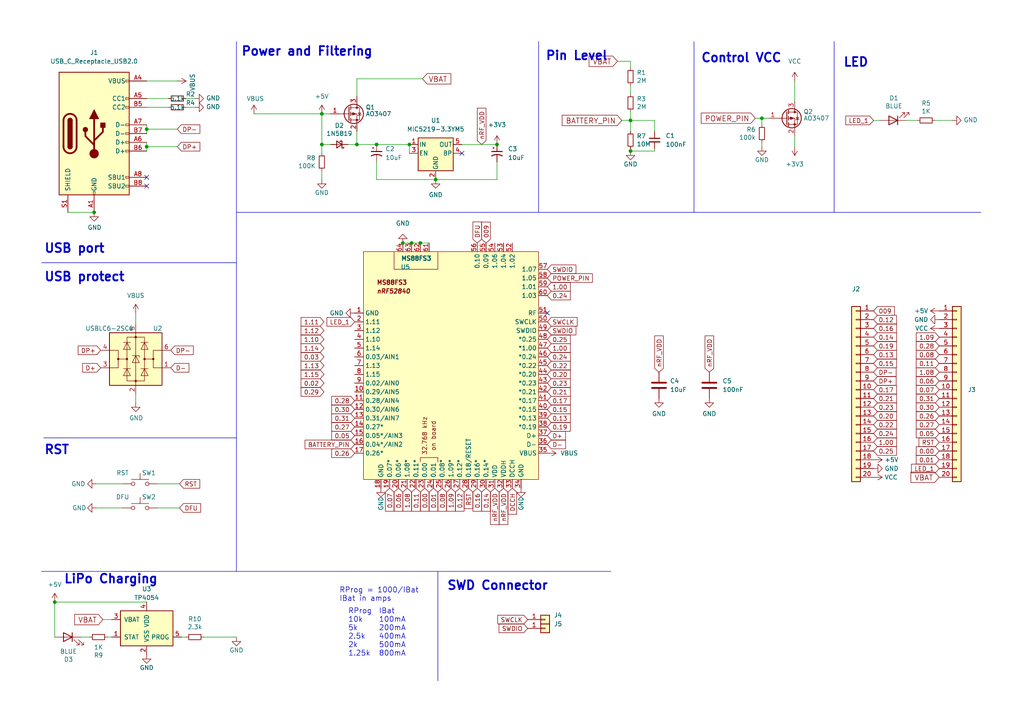
<source format=kicad_sch>
(kicad_sch (version 20220622) (generator eeschema)
  (paper "A4")
  (lib_symbols
    (symbol "Battery_Management:MCP73831-3-OT" (pin_names (offset 1.016))
      (property "Reference" "U" (at -7.62 6.35 0))
      (property "Value" "MCP73831-3-OT" (at 1.27 6.35 0))
      (symbol "MCP73831-3-OT_1_1"
        (pin output line (at 10.16 -2.54 180) (length 2.54) (name "STAT") (number "1"))
        (pin power_in line (at 0 -7.62 90) (length 2.54) (name "VSS") (number "2"))
        (pin power_out line (at 10.16 2.54 180) (length 2.54) (name "VBAT") (number "3"))
        (pin power_in line (at 0 7.62 270) (length 2.54) (name "VDD") (number "4"))
        (pin input line (at -10.16 -2.54 0) (length 2.54) (name "PROG") (number "5"))
      )
    )
    (symbol "Connector:USB_C_Receptacle_USB2.0" (pin_names (offset 1.016))
      (property "Reference" "J" (at -10.16 19.05 0))
      (property "Value" "USB_C_Receptacle_USB2.0" (at 19.05 19.05 0))
      (symbol "USB_C_Receptacle_USB2.0_1_1"
        (pin passive line (at 0 -22.86 90) (length 5.08) (name "GND") (number "A1"))
        (pin passive line (at 0 -22.86 90) (length 5.08) hide (name "GND") (number "A12"))
        (pin passive line (at 15.24 15.24 180) (length 5.08) (name "VBUS") (number "A4"))
        (pin bidirectional line (at 15.24 10.16 180) (length 5.08) (name "CC1") (number "A5"))
        (pin bidirectional line (at 15.24 -2.54 180) (length 5.08) (name "D+") (number "A6"))
        (pin bidirectional line (at 15.24 2.54 180) (length 5.08) (name "D-") (number "A7"))
        (pin bidirectional line (at 15.24 -12.7 180) (length 5.08) (name "SBU1") (number "A8"))
        (pin passive line (at 15.24 15.24 180) (length 5.08) hide (name "VBUS") (number "A9"))
        (pin passive line (at 0 -22.86 90) (length 5.08) hide (name "GND") (number "B1"))
        (pin passive line (at 0 -22.86 90) (length 5.08) hide (name "GND") (number "B12"))
        (pin passive line (at 15.24 15.24 180) (length 5.08) hide (name "VBUS") (number "B4"))
        (pin bidirectional line (at 15.24 7.62 180) (length 5.08) (name "CC2") (number "B5"))
        (pin bidirectional line (at 15.24 -5.08 180) (length 5.08) (name "D+") (number "B6"))
        (pin bidirectional line (at 15.24 0 180) (length 5.08) (name "D-") (number "B7"))
        (pin bidirectional line (at 15.24 -15.24 180) (length 5.08) (name "SBU2") (number "B8"))
        (pin passive line (at 15.24 15.24 180) (length 5.08) hide (name "VBUS") (number "B9"))
        (pin passive line (at -7.62 -22.86 90) (length 5.08) (name "SHIELD") (number "S1"))
      )
    )
    (symbol "Connector_Generic:Conn_01x01" (pin_names (offset 1.016) hide)
      (property "Reference" "J" (at 0 2.54 0))
      (property "Value" "Conn_01x01" (at 0 -2.54 0))
      (symbol "Conn_01x01_1_1"
        (pin passive line (at -5.08 0 0) (length 3.81) (name "Pin_1") (number "1"))
      )
    )
    (symbol "Connector_Generic:Conn_01x20" (pin_names (offset 1.016) hide)
      (property "Reference" "J" (at 0 25.4 0))
      (property "Value" "Conn_01x20" (at 0 -27.94 0))
      (symbol "Conn_01x20_1_1"
        (pin passive line (at -5.08 22.86 0) (length 3.81) (name "Pin_1") (number "1"))
        (pin passive line (at -5.08 0 0) (length 3.81) (name "Pin_10") (number "10"))
        (pin passive line (at -5.08 -2.54 0) (length 3.81) (name "Pin_11") (number "11"))
        (pin passive line (at -5.08 -5.08 0) (length 3.81) (name "Pin_12") (number "12"))
        (pin passive line (at -5.08 -7.62 0) (length 3.81) (name "Pin_13") (number "13"))
        (pin passive line (at -5.08 -10.16 0) (length 3.81) (name "Pin_14") (number "14"))
        (pin passive line (at -5.08 -12.7 0) (length 3.81) (name "Pin_15") (number "15"))
        (pin passive line (at -5.08 -15.24 0) (length 3.81) (name "Pin_16") (number "16"))
        (pin passive line (at -5.08 -17.78 0) (length 3.81) (name "Pin_17") (number "17"))
        (pin passive line (at -5.08 -20.32 0) (length 3.81) (name "Pin_18") (number "18"))
        (pin passive line (at -5.08 -22.86 0) (length 3.81) (name "Pin_19") (number "19"))
        (pin passive line (at -5.08 20.32 0) (length 3.81) (name "Pin_2") (number "2"))
        (pin passive line (at -5.08 -25.4 0) (length 3.81) (name "Pin_20") (number "20"))
        (pin passive line (at -5.08 17.78 0) (length 3.81) (name "Pin_3") (number "3"))
        (pin passive line (at -5.08 15.24 0) (length 3.81) (name "Pin_4") (number "4"))
        (pin passive line (at -5.08 12.7 0) (length 3.81) (name "Pin_5") (number "5"))
        (pin passive line (at -5.08 10.16 0) (length 3.81) (name "Pin_6") (number "6"))
        (pin passive line (at -5.08 7.62 0) (length 3.81) (name "Pin_7") (number "7"))
        (pin passive line (at -5.08 5.08 0) (length 3.81) (name "Pin_8") (number "8"))
        (pin passive line (at -5.08 2.54 0) (length 3.81) (name "Pin_9") (number "9"))
      )
    )
    (symbol "Device:C" (pin_numbers hide) (pin_names (offset 0.254))
      (property "Reference" "C" (at 0.635 2.54 0))
      (property "Value" "C" (at 0.635 -2.54 0))
      (symbol "C_1_1"
        (pin passive line (at 0 3.81 270) (length 2.794) (name "~") (number "1"))
        (pin passive line (at 0 -3.81 90) (length 2.794) (name "~") (number "2"))
      )
    )
    (symbol "Device:C_Polarized_Small_US" (pin_numbers hide) (pin_names (offset 0.254) hide)
      (property "Reference" "C" (at 0.254 1.778 0))
      (property "Value" "C_Polarized_Small_US" (at 0.254 -2.032 0))
      (symbol "C_Polarized_Small_US_1_1"
        (pin passive line (at 0 2.54 270) (length 2.032) (name "~") (number "1"))
        (pin passive line (at 0 -2.54 90) (length 2.032) (name "~") (number "2"))
      )
    )
    (symbol "Device:C_Small" (pin_numbers hide) (pin_names (offset 0.254) hide)
      (property "Reference" "C" (at 0.254 1.778 0))
      (property "Value" "C_Small" (at 0.254 -2.032 0))
      (symbol "C_Small_1_1"
        (pin passive line (at 0 2.54 270) (length 2.032) (name "~") (number "1"))
        (pin passive line (at 0 -2.54 90) (length 2.032) (name "~") (number "2"))
      )
    )
    (symbol "Device:D_Schottky_Small" (pin_numbers hide) (pin_names (offset 0.254) hide)
      (property "Reference" "D" (at -1.27 2.032 0))
      (property "Value" "D_Schottky_Small" (at -7.112 -2.032 0))
      (symbol "D_Schottky_Small_1_1"
        (pin passive line (at -2.54 0 0) (length 1.778) (name "K") (number "1"))
        (pin passive line (at 2.54 0 180) (length 1.778) (name "A") (number "2"))
      )
    )
    (symbol "Device:LED" (pin_numbers hide) (pin_names (offset 1.016) hide)
      (property "Reference" "D" (at 0 2.54 0))
      (property "Value" "LED" (at 0 -2.54 0))
      (symbol "LED_1_1"
        (pin passive line (at -3.81 0 0) (length 2.54) (name "K") (number "1"))
        (pin passive line (at 3.81 0 180) (length 2.54) (name "A") (number "2"))
      )
    )
    (symbol "Device:Q_PMOS_GSD" (pin_names (offset 0) hide)
      (property "Reference" "Q" (at 5.08 1.27 0))
      (property "Value" "Q_PMOS_GSD" (at 5.08 -1.27 0))
      (symbol "Q_PMOS_GSD_1_1"
        (pin input line (at -5.08 0 0) (length 2.54) (name "G") (number "1"))
        (pin passive line (at 2.54 -5.08 90) (length 2.54) (name "S") (number "2"))
        (pin passive line (at 2.54 5.08 270) (length 2.54) (name "D") (number "3"))
      )
    )
    (symbol "Device:R_Small" (pin_numbers hide) (pin_names (offset 0.254) hide)
      (property "Reference" "R" (at 0.762 0.508 0))
      (property "Value" "R_Small" (at 0.762 -1.016 0))
      (symbol "R_Small_1_1"
        (pin passive line (at 0 2.54 270) (length 0.762) (name "~") (number "1"))
        (pin passive line (at 0 -2.54 90) (length 0.762) (name "~") (number "2"))
      )
    )
    (symbol "Power_Protection:USBLC6-2SC6" (pin_names hide)
      (property "Reference" "U" (at 2.54 8.89 0))
      (property "Value" "USBLC6-2SC6" (at 2.54 -8.89 0))
      (symbol "USBLC6-2SC6_1_1"
        (pin passive line (at -10.16 -2.54 0) (length 2.54) (name "I/O1") (number "1"))
        (pin passive line (at 0 -10.16 90) (length 2.54) (name "GND") (number "2"))
        (pin passive line (at 10.16 -2.54 180) (length 2.54) (name "I/O2") (number "3"))
        (pin passive line (at 10.16 2.54 180) (length 2.54) (name "I/O2") (number "4"))
        (pin passive line (at 0 10.16 270) (length 2.54) (name "VBUS") (number "5"))
        (pin passive line (at -10.16 2.54 0) (length 2.54) (name "I/O1") (number "6"))
      )
    )
    (symbol "Regulator_Linear:MIC5219-3.3YM5" (pin_names (offset 0.254))
      (property "Reference" "U" (at -3.81 5.715 0))
      (property "Value" "MIC5219-3.3YM5" (at 0 5.715 0))
      (symbol "MIC5219-3.3YM5_1_1"
        (pin power_in line (at -7.62 2.54 0) (length 2.54) (name "IN") (number "1"))
        (pin power_in line (at 0 -7.62 90) (length 2.54) (name "GND") (number "2"))
        (pin input line (at -7.62 0 0) (length 2.54) (name "EN") (number "3"))
        (pin input line (at 7.62 0 180) (length 2.54) (name "BP") (number "4"))
        (pin power_out line (at 7.62 2.54 180) (length 2.54) (name "OUT") (number "5"))
      )
    )
    (symbol "Switch:SW_Push" (pin_numbers hide) (pin_names (offset 1.016) hide)
      (property "Reference" "SW" (at 1.27 2.54 0))
      (property "Value" "SW_Push" (at 0 -1.524 0))
      (symbol "SW_Push_0_1"
        (pin passive line (at -5.08 0 0) (length 2.54) (name "1") (number "1"))
        (pin passive line (at 5.08 0 180) (length 2.54) (name "2") (number "2"))
      )
    )
    (symbol "keeb_parts:R_Small" (pin_numbers hide) (pin_names (offset 0.254) hide)
      (property "Reference" "R" (at 0.762 0.508 0))
      (property "Value" "keeb_parts_R_Small" (at 0.762 -1.016 0))
      (symbol "R_Small_1_1"
        (pin passive line (at 0 2.54 270) (length 0.762) (name "~") (number "1"))
        (pin passive line (at 0 -2.54 90) (length 0.762) (name "~") (number "2"))
      )
    )
    (symbol "keeb_power:GND" (power) (pin_names (offset 0))
      (property "Value" "keeb_power_GND" (at 0 -3.81 0))
      (symbol "GND_1_1"
        (pin power_in line (at 0 0 270) (length 0) hide (name "GND") (number "1"))
      )
    )
    (symbol "keeb_power:VBUS" (power) (pin_names (offset 0))
      (property "Value" "keeb_power_VBUS" (at 0 3.81 0))
      (symbol "VBUS_1_1"
        (pin power_in line (at 0 0 90) (length 0) hide (name "VBUS") (number "1"))
      )
    )
    (symbol "kien242:MS88FS3"
      (property "Reference" "U" (at 0 0 0))
      (property "Value" "MS88FS3" (at 0 2.54 0))
      (symbol "MS88FS3_0_0"
        (text "32.768 kHz" (at -7.62 -20.32 900) (effects (font (size 1.27 1.27))))
        (text "MS88FS3" (at -21.59 24.13 0) (effects (font (size 1.27 1.27) bold) (justify left)))
        (text "nRF52840" (at -21.59 21.59 0) (effects (font (size 1.27 1.27) bold italic) (justify left)))
        (text "on board" (at -5.08 -20.32 900) (effects (font (size 1.27 1.27))))
      )
      (symbol "MS88FS3_1_1"
        (pin input line (at -27.94 15.24 0) (length 2.54) (name "GND") (number "1"))
        (pin input line (at -27.94 -7.62 0) (length 2.54) (name "0.29/AIN5") (number "10"))
        (pin input line (at -27.94 -10.16 0) (length 2.54) (name "0.28/AIN4") (number "11"))
        (pin input line (at -27.94 -12.7 0) (length 2.54) (name "0.30/AIN6") (number "12"))
        (pin input line (at -27.94 -15.24 0) (length 2.54) (name "0.31/AIN7") (number "13"))
        (pin input line (at -27.94 -17.78 0) (length 2.54) (name "0.27*") (number "14"))
        (pin input line (at -27.94 -20.32 0) (length 2.54) (name "0.05*/AIN3") (number "15"))
        (pin input line (at -27.94 -22.86 0) (length 2.54) (name "0.04*/AIN2") (number "16"))
        (pin input line (at -27.94 -25.4 0) (length 2.54) (name "0.26*") (number "17"))
        (pin input line (at -20.32 -35.56 90) (length 2.54) (name "GND") (number "18"))
        (pin input line (at -17.78 -35.56 90) (length 2.54) (name "0.07*") (number "19"))
        (pin input line (at -27.94 12.7 0) (length 2.54) (name "1.11") (number "2"))
        (pin input line (at -15.24 -35.56 90) (length 2.54) (name "0.06*") (number "20"))
        (pin input line (at -12.7 -35.56 90) (length 2.54) (name "1.08*") (number "21"))
        (pin input line (at -10.16 -35.56 90) (length 2.54) (name "0.11*") (number "22"))
        (pin input line (at -7.62 -35.56 90) (length 2.54) (name "0.00") (number "23"))
        (pin input line (at -5.08 -35.56 90) (length 2.54) (name "0.01") (number "24"))
        (pin input line (at -2.54 -35.56 90) (length 2.54) (name "0.08*") (number "25"))
        (pin input line (at 0 -35.56 90) (length 2.54) (name "1.09*") (number "26"))
        (pin input line (at 2.54 -35.56 90) (length 2.54) (name "0.12*") (number "27"))
        (pin input line (at 5.08 -35.56 90) (length 2.54) (name "0.18/RESET") (number "28"))
        (pin input line (at 7.62 -35.56 90) (length 2.54) (name "0.16*") (number "29"))
        (pin input line (at -27.94 10.16 0) (length 2.54) (name "1.12") (number "3"))
        (pin input line (at 10.16 -35.56 90) (length 2.54) (name "0.14*") (number "30"))
        (pin input line (at 12.7 -35.56 90) (length 2.54) (name "VDD") (number "31"))
        (pin input line (at 15.24 -35.56 90) (length 2.54) (name "VDDH") (number "32"))
        (pin input line (at 17.78 -35.56 90) (length 2.54) (name "DCCH") (number "33"))
        (pin input line (at 20.32 -35.56 90) (length 2.54) (name "GND") (number "34"))
        (pin input line (at 27.94 -25.4 180) (length 2.54) (name "VBUS") (number "35"))
        (pin input line (at 27.94 -22.86 180) (length 2.54) (name "D-") (number "36"))
        (pin input line (at 27.94 -20.32 180) (length 2.54) (name "D+") (number "37"))
        (pin input line (at 27.94 -17.78 180) (length 2.54) (name "*0.19") (number "38"))
        (pin input line (at 27.94 -15.24 180) (length 2.54) (name "*0.13") (number "39"))
        (pin input line (at -27.94 7.62 0) (length 2.54) (name "1.10") (number "4"))
        (pin input line (at 27.94 -12.7 180) (length 2.54) (name "*0.15") (number "40"))
        (pin input line (at 27.94 -10.16 180) (length 2.54) (name "*0.17") (number "41"))
        (pin input line (at 27.94 -7.62 180) (length 2.54) (name "*0.21") (number "42"))
        (pin input line (at 27.94 -5.08 180) (length 2.54) (name "*0.23") (number "43"))
        (pin input line (at 27.94 -2.54 180) (length 2.54) (name "*0.20") (number "44"))
        (pin input line (at 27.94 0 180) (length 2.54) (name "*0.22") (number "45"))
        (pin input line (at 27.94 2.54 180) (length 2.54) (name "*0.24") (number "46"))
        (pin input line (at 27.94 5.08 180) (length 2.54) (name "*1.00") (number "47"))
        (pin input line (at 27.94 7.62 180) (length 2.54) (name "*0.25") (number "48"))
        (pin input line (at 27.94 10.16 180) (length 2.54) (name "SWDIO") (number "49"))
        (pin input line (at -27.94 5.08 0) (length 2.54) (name "1.14") (number "5"))
        (pin input line (at 27.94 12.7 180) (length 2.54) (name "SWCLK") (number "50"))
        (pin input line (at 27.94 15.24 180) (length 2.54) (name "RF") (number "51"))
        (pin input line (at 17.78 35.56 270) (length 2.54) (name "1.02") (number "52"))
        (pin input line (at 15.24 35.56 270) (length 2.54) (name "1.04") (number "53"))
        (pin input line (at 12.7 35.56 270) (length 2.54) (name "1.06") (number "54"))
        (pin input line (at 10.16 35.56 270) (length 2.54) (name "0.09") (number "55"))
        (pin input line (at 7.62 35.56 270) (length 2.54) (name "0.10") (number "56"))
        (pin input line (at 27.94 27.94 180) (length 2.54) (name "1.07") (number "57"))
        (pin input line (at 27.94 25.4 180) (length 2.54) (name "1.05") (number "58"))
        (pin input line (at 27.94 22.86 180) (length 2.54) (name "1.01") (number "59"))
        (pin input line (at -27.94 2.54 0) (length 2.54) (name "0.03/AIN1") (number "6"))
        (pin input line (at 27.94 20.32 180) (length 2.54) (name "1.03") (number "60"))
        (pin input line (at -6.35 35.56 270) (length 2.54) (name "") (number "61"))
        (pin input line (at -8.89 35.56 270) (length 2.54) (name "") (number "62"))
        (pin input line (at -11.43 35.56 270) (length 2.54) (name "") (number "63"))
        (pin input line (at -13.97 35.56 270) (length 2.54) (name "") (number "64"))
        (pin input line (at -27.94 0 0) (length 2.54) (name "1.13") (number "7"))
        (pin input line (at -27.94 -2.54 0) (length 2.54) (name "1.15") (number "8"))
        (pin input line (at -27.94 -5.08 0) (length 2.54) (name "0.02/AIN0") (number "9"))
      )
    )
    (symbol "power:+3.3V" (power) (pin_names (offset 0))
      (property "Value" "+3.3V" (at 0 3.556 0))
      (symbol "+3.3V_1_1"
        (pin power_in line (at 0 0 90) (length 0) hide (name "+3V3") (number "1"))
      )
    )
    (symbol "power:+5V" (power) (pin_names (offset 0))
      (property "Value" "+5V" (at 0 3.556 0))
      (symbol "+5V_1_1"
        (pin power_in line (at 0 0 90) (length 0) hide (name "+5V") (number "1"))
      )
    )
    (symbol "power:GND" (power) (pin_names (offset 0))
      (property "Value" "GND" (at 0 -3.81 0))
      (symbol "GND_1_1"
        (pin power_in line (at 0 0 270) (length 0) hide (name "GND") (number "1"))
      )
    )
    (symbol "power:VBUS" (power) (pin_names (offset 0))
      (property "Value" "VBUS" (at 0 3.81 0))
      (symbol "VBUS_1_1"
        (pin power_in line (at 0 0 90) (length 0) hide (name "VBUS") (number "1"))
      )
    )
    (symbol "power:VCC" (power) (pin_names (offset 0))
      (property "Value" "VCC" (at 0 3.81 0))
      (symbol "VCC_1_1"
        (pin power_in line (at 0 0 90) (length 0) hide (name "VCC") (number "1"))
      )
    )
  )
  (junction (at 144.145 41.91))
  (junction (at 15.875 174.625) (diameter 0.9144))
  (junction (at 116.84 70.485))
  (junction (at 93.345 41.91) (diameter 0.9144))
  (junction (at 182.88 43.815))
  (junction (at 93.345 33.02) (diameter 0.9144))
  (junction (at 119.38 70.485))
  (junction (at 27.305 61.595))
  (junction (at 121.92 70.485))
  (junction (at 126.365 52.07))
  (junction (at 220.98 34.29) (diameter 0.9144))
  (junction (at 118.745 41.91))
  (junction (at 109.22 41.91))
  (junction (at 103.505 41.91) (diameter 0.9144))
  (junction (at 182.88 34.925) (diameter 0.9144))
  (junction (at 42.545 37.465))
  (junction (at 42.545 42.545))
  (no_connect (at 158.75 90.805))
  (no_connect (at 42.545 51.435))
  (no_connect (at 42.545 53.975))
  (no_connect (at 133.985 44.45))
  (wire (pts (xy 73.66 33.02) (xy 93.345 33.02)))
  (polyline (pts (xy 201.295 12.065) (xy 201.295 61.595)))
  (wire (pts (xy 118.745 41.91) (xy 118.745 44.45)))
  (wire (pts (xy 15.875 174.625) (xy 15.875 184.785)))
  (wire (pts (xy 182.88 43.815) (xy 182.88 43.18)))
  (wire (pts (xy 121.92 70.485) (xy 124.46 70.485)))
  (wire (pts (xy 93.345 41.91) (xy 95.885 41.91)))
  (wire (pts (xy 93.345 41.91) (xy 93.345 33.02)))
  (wire (pts (xy 56.515 31.115) (xy 53.975 31.115)))
  (wire (pts (xy 253.365 34.925) (xy 255.27 34.925)))
  (wire (pts (xy 39.37 116.84) (xy 39.37 114.3)))
  (wire (pts (xy 42.545 42.545) (xy 42.545 43.815)))
  (wire (pts (xy 27.94 140.335) (xy 35.56 140.335)))
  (wire (pts (xy 51.435 23.495) (xy 42.545 23.495)))
  (wire (pts (xy 109.22 52.07) (xy 126.365 52.07)))
  (wire (pts (xy 119.38 70.485) (xy 121.92 70.485)))
  (wire (pts (xy 189.865 43.815) (xy 189.865 43.18)))
  (wire (pts (xy 100.965 41.91) (xy 103.505 41.91)))
  (wire (pts (xy 42.545 37.465) (xy 42.545 38.735)))
  (wire (pts (xy 103.505 41.91) (xy 109.22 41.91)))
  (wire (pts (xy 52.07 140.335) (xy 45.72 140.335)))
  (wire (pts (xy 53.975 28.575) (xy 56.515 28.575)))
  (wire (pts (xy 182.88 43.815) (xy 189.865 43.815)))
  (wire (pts (xy 103.505 38.1) (xy 103.505 41.91)))
  (wire (pts (xy 52.07 147.32) (xy 45.72 147.32)))
  (wire (pts (xy 144.145 52.07) (xy 126.365 52.07)))
  (wire (pts (xy 93.345 33.02) (xy 95.885 33.02)))
  (wire (pts (xy 42.545 31.115) (xy 48.895 31.115)))
  (wire (pts (xy 220.98 34.29) (xy 222.885 34.29)))
  (wire (pts (xy 230.505 42.545) (xy 230.505 39.37)))
  (wire (pts (xy 29.845 179.705) (xy 32.385 179.705)))
  (wire (pts (xy 93.345 52.07) (xy 93.345 49.53)))
  (wire (pts (xy 262.89 34.925) (xy 266.065 34.925)))
  (wire (pts (xy 109.22 41.91) (xy 118.745 41.91)))
  (polyline (pts (xy 68.58 61.595) (xy 284.48 61.595)))
  (wire (pts (xy 42.545 41.275) (xy 42.545 42.545)))
  (wire (pts (xy 182.88 32.385) (xy 182.88 34.925)))
  (polyline (pts (xy 68.58 12.065) (xy 68.58 165.735)))
  (wire (pts (xy 23.495 184.785) (xy 26.035 184.785)))
  (wire (pts (xy 220.98 42.545) (xy 220.98 41.275)))
  (wire (pts (xy 271.145 34.925) (xy 276.225 34.925)))
  (polyline (pts (xy 156.21 12.065) (xy 156.21 61.595)))
  (wire (pts (xy 52.705 184.785) (xy 53.975 184.785)))
  (wire (pts (xy 219.075 34.29) (xy 220.98 34.29)))
  (wire (pts (xy 15.875 174.625) (xy 42.545 174.625)))
  (wire (pts (xy 39.37 90.805) (xy 39.37 93.98)))
  (wire (pts (xy 103.505 22.86) (xy 103.505 27.94)))
  (wire (pts (xy 182.88 24.765) (xy 182.88 27.305)))
  (polyline (pts (xy 12.065 165.735) (xy 177.165 165.735)))
  (polyline (pts (xy 12.065 76.2) (xy 68.58 76.2)))
  (wire (pts (xy 42.545 36.195) (xy 42.545 37.465)))
  (wire (pts (xy 180.34 34.925) (xy 182.88 34.925)))
  (polyline (pts (xy 12.7 127) (xy 68.58 127)))
  (wire (pts (xy 230.505 23.495) (xy 230.505 29.21)))
  (wire (pts (xy 42.545 42.545) (xy 51.435 42.545)))
  (wire (pts (xy 27.94 147.32) (xy 35.56 147.32)))
  (wire (pts (xy 189.865 34.925) (xy 189.865 38.1)))
  (wire (pts (xy 182.88 34.925) (xy 182.88 38.1)))
  (wire (pts (xy 93.345 44.45) (xy 93.345 41.91)))
  (wire (pts (xy 133.985 41.91) (xy 144.145 41.91)))
  (polyline (pts (xy 127 165.735) (xy 127 197.485)))
  (wire (pts (xy 182.88 17.78) (xy 182.88 19.685)))
  (wire (pts (xy 103.505 22.86) (xy 122.555 22.86)))
  (wire (pts (xy 220.98 36.195) (xy 220.98 34.29)))
  (wire (pts (xy 144.145 46.99) (xy 144.145 52.07)))
  (wire (pts (xy 51.435 37.465) (xy 42.545 37.465)))
  (wire (pts (xy 182.88 34.925) (xy 189.865 34.925)))
  (wire (pts (xy 179.07 17.78) (xy 182.88 17.78)))
  (wire (pts (xy 19.685 61.595) (xy 27.305 61.595)))
  (wire (pts (xy 59.055 184.785) (xy 68.58 184.785)))
  (wire (pts (xy 42.545 28.575) (xy 48.895 28.575)))
  (polyline (pts (xy 241.935 12.065) (xy 241.935 61.595)))
  (wire (pts (xy 116.84 70.485) (xy 119.38 70.485)))
  (wire (pts (xy 31.115 184.785) (xy 32.385 184.785)))
  (wire (pts (xy 109.22 46.99) (xy 109.22 52.07)))
  (text "Control VCC\n" (at 203.2 18.415 0) (effects (font (size 2.54 2.54) (thickness 0.508) bold) (justify left bottom)))
  (text "RProg\n10k\n5k\n2.5k\n2k\n1.25k" (at 100.965 190.5 0) (effects (font (size 1.524 1.524)) (justify left bottom)))
  (text "RST" (at 12.7 132.08 0) (effects (font (size 2.54 2.54) (thickness 0.508) bold) (justify left bottom)))
  (text "RProg = 1000/IBat\nIBat in amps" (at 98.425 174.625 0) (effects (font (size 1.524 1.524)) (justify left bottom)))
  (text "LED \n" (at 244.475 19.685 0) (effects (font (size 2.54 2.54) (thickness 0.508) bold) (justify left bottom)))
  (text "Power and Filtering" (at 69.85 16.51 0) (effects (font (size 2.54 2.54) (thickness 0.508) bold) (justify left bottom)))
  (text "USB protect\n" (at 12.7 81.915 0) (effects (font (size 2.54 2.54) (thickness 0.508) bold) (justify left bottom)))
  (text "IBat\n100mA\n200mA\n400mA\n500mA\n800mA" (at 109.855 190.5 0) (effects (font (size 1.524 1.524)) (justify left bottom)))
  (text "LiPo Charging\n" (at 18.415 169.545 0) (effects (font (size 2.54 2.54) (thickness 0.508) bold) (justify left bottom)))
  (text "USB port\n" (at 12.7 73.66 0) (effects (font (size 2.54 2.54) (thickness 0.508) bold) (justify left bottom)))
  (text "Pin Level" (at 158.115 17.78 0) (effects (font (size 2.54 2.54) (thickness 0.508) bold) (justify left bottom)))
  (text "SWD Connector" (at 129.54 171.45 0) (effects (font (size 2.54 2.54) (thickness 0.508) bold) (justify left bottom)))
  (global_label "1.00" (shape input) (at 158.75 100.965 0) (property "Intersheet References" "${INTERSHEET_REFS}" (effects hide)))
  (global_label "nRF_VDD" (shape input) (at 139.7 41.91 90) (property "Intersheet References" "${INTERSHEET_REFS}" (effects hide)))
  (global_label "VBAT" (shape input) (at 179.07 17.78 180) (effects (font (size 1.524 1.524))) (property "Intersheet References" "${INTERSHEET_REFS}" (effects hide)))
  (global_label "0.13" (shape input) (at 253.365 102.87 0) (property "Intersheet References" "${INTERSHEET_REFS}" (effects hide)))
  (global_label "BATTERY_PIN" (shape input) (at 102.87 128.905 180) (property "Intersheet References" "${INTERSHEET_REFS}" (effects hide)))
  (global_label "0.23" (shape input) (at 158.75 111.125 0) (property "Intersheet References" "${INTERSHEET_REFS}" (effects hide)))
  (global_label "LED_1" (shape input) (at 272.415 135.89 180) (property "Intersheet References" "${INTERSHEET_REFS}" (effects hide)))
  (global_label "0.16" (shape input) (at 138.43 141.605 270) (property "Intersheet References" "${INTERSHEET_REFS}" (effects hide)))
  (global_label "0.27" (shape input) (at 272.415 123.19 180) (property "Intersheet References" "${INTERSHEET_REFS}" (effects hide)))
  (global_label "0.07" (shape input) (at 113.03 141.605 270) (property "Intersheet References" "${INTERSHEET_REFS}" (effects hide)))
  (global_label "0.28" (shape input) (at 272.415 100.33 180) (property "Intersheet References" "${INTERSHEET_REFS}" (effects hide)))
  (global_label "SWDIO" (shape input) (at 153.035 182.245 180) (property "Intersheet References" "${INTERSHEET_REFS}" (effects hide)))
  (global_label "VBAT" (shape input) (at 122.555 22.86 0) (effects (font (size 1.524 1.524))) (property "Intersheet References" "${INTERSHEET_REFS}" (effects hide)))
  (global_label "0.31" (shape input) (at 272.415 115.57 180) (property "Intersheet References" "${INTERSHEET_REFS}" (effects hide)))
  (global_label "0.30" (shape input) (at 272.415 118.11 180) (property "Intersheet References" "${INTERSHEET_REFS}" (effects hide)))
  (global_label "0.25" (shape input) (at 253.365 130.81 0) (property "Intersheet References" "${INTERSHEET_REFS}" (effects hide)))
  (global_label "0.29" (shape input) (at 93.98 113.665 180) (property "Intersheet References" "${INTERSHEET_REFS}" (effects hide)))
  (global_label "LED_1" (shape input) (at 253.365 34.925 180) (property "Intersheet References" "${INTERSHEET_REFS}" (effects hide)))
  (global_label "LED_1" (shape input) (at 102.87 93.345 180) (property "Intersheet References" "${INTERSHEET_REFS}" (effects hide)))
  (global_label "DP-" (shape input) (at 49.53 101.6 0) (property "Intersheet References" "${INTERSHEET_REFS}" (effects hide)))
  (global_label "0.14" (shape input) (at 253.365 97.79 0) (property "Intersheet References" "${INTERSHEET_REFS}" (effects hide)))
  (global_label "0.21" (shape input) (at 158.75 113.665 0) (property "Intersheet References" "${INTERSHEET_REFS}" (effects hide)))
  (global_label "0.15" (shape input) (at 158.75 118.745 0) (property "Intersheet References" "${INTERSHEET_REFS}" (effects hide)))
  (global_label "DFU" (shape input) (at 138.43 70.485 90) (property "Intersheet References" "${INTERSHEET_REFS}" (effects hide)))
  (global_label "1.00" (shape input) (at 158.75 83.185 0) (property "Intersheet References" "${INTERSHEET_REFS}" (effects hide)))
  (global_label "0.06" (shape input) (at 115.57 141.605 270) (property "Intersheet References" "${INTERSHEET_REFS}" (effects hide)))
  (global_label "POWER_PIN" (shape input) (at 158.75 80.645 0) (property "Intersheet References" "${INTERSHEET_REFS}" (effects hide)))
  (global_label "0.24" (shape input) (at 158.75 103.505 0) (property "Intersheet References" "${INTERSHEET_REFS}" (effects hide)))
  (global_label "DCCH" (shape input) (at 148.59 141.605 270) (property "Intersheet References" "${INTERSHEET_REFS}" (effects hide)))
  (global_label "0.16" (shape input) (at 253.365 95.25 0) (property "Intersheet References" "${INTERSHEET_REFS}" (effects hide)))
  (global_label "0.27" (shape input) (at 102.87 123.825 180) (property "Intersheet References" "${INTERSHEET_REFS}" (effects hide)))
  (global_label "0.22" (shape input) (at 253.365 123.19 0) (property "Intersheet References" "${INTERSHEET_REFS}" (effects hide)))
  (global_label "0.15" (shape input) (at 253.365 105.41 0) (property "Intersheet References" "${INTERSHEET_REFS}" (effects hide)))
  (global_label "0.23" (shape input) (at 253.365 118.11 0) (property "Intersheet References" "${INTERSHEET_REFS}" (effects hide)))
  (global_label "0.24" (shape input) (at 253.365 125.73 0) (property "Intersheet References" "${INTERSHEET_REFS}" (effects hide)))
  (global_label "0.00" (shape input) (at 123.19 141.605 270) (property "Intersheet References" "${INTERSHEET_REFS}" (effects hide)))
  (global_label "0.17" (shape input) (at 158.75 116.205 0) (property "Intersheet References" "${INTERSHEET_REFS}" (effects hide)))
  (global_label "1.11" (shape input) (at 93.98 93.345 180) (property "Intersheet References" "${INTERSHEET_REFS}" (effects hide)))
  (global_label "0.24" (shape input) (at 158.75 85.725 0) (property "Intersheet References" "${INTERSHEET_REFS}" (effects hide)))
  (global_label "SWCLK" (shape input) (at 153.035 179.705 180) (property "Intersheet References" "${INTERSHEET_REFS}" (effects hide)))
  (global_label "1.14" (shape input) (at 93.98 100.965 180) (property "Intersheet References" "${INTERSHEET_REFS}" (effects hide)))
  (global_label "009" (shape input) (at 253.365 90.17 0) (property "Intersheet References" "${INTERSHEET_REFS}" (effects hide)))
  (global_label "0.20" (shape input) (at 158.75 108.585 0) (property "Intersheet References" "${INTERSHEET_REFS}" (effects hide)))
  (global_label "0.19" (shape input) (at 253.365 100.33 0) (property "Intersheet References" "${INTERSHEET_REFS}" (effects hide)))
  (global_label "0.21" (shape input) (at 253.365 115.57 0) (property "Intersheet References" "${INTERSHEET_REFS}" (effects hide)))
  (global_label "0.14" (shape input) (at 140.97 141.605 270) (property "Intersheet References" "${INTERSHEET_REFS}" (effects hide)))
  (global_label "0.26" (shape input) (at 272.415 120.65 180) (property "Intersheet References" "${INTERSHEET_REFS}" (effects hide)))
  (global_label "009" (shape input) (at 140.97 70.485 90) (property "Intersheet References" "${INTERSHEET_REFS}" (effects hide)))
  (global_label "VBAT" (shape input) (at 272.415 138.43 180) (effects (font (size 1.524 1.524))) (property "Intersheet References" "${INTERSHEET_REFS}" (effects hide)))
  (global_label "0.26" (shape input) (at 102.87 131.445 180) (property "Intersheet References" "${INTERSHEET_REFS}" (effects hide)))
  (global_label "nRF_VDD" (shape input) (at 205.74 107.95 90) (property "Intersheet References" "${INTERSHEET_REFS}" (effects hide)))
  (global_label "0.06" (shape input) (at 272.415 110.49 180) (property "Intersheet References" "${INTERSHEET_REFS}" (effects hide)))
  (global_label "SWDIO" (shape input) (at 158.75 78.105 0) (property "Intersheet References" "${INTERSHEET_REFS}" (effects hide)))
  (global_label "0.05" (shape input) (at 272.415 125.73 180) (property "Intersheet References" "${INTERSHEET_REFS}" (effects hide)))
  (global_label "D+" (shape input) (at 158.75 126.365 0) (property "Intersheet References" "${INTERSHEET_REFS}" (effects hide)))
  (global_label "0.17" (shape input) (at 253.365 113.03 0) (property "Intersheet References" "${INTERSHEET_REFS}" (effects hide)))
  (global_label "0.01" (shape input) (at 272.415 133.35 180) (property "Intersheet References" "${INTERSHEET_REFS}" (effects hide)))
  (global_label "D-" (shape input) (at 158.75 128.905 0) (property "Intersheet References" "${INTERSHEET_REFS}" (effects hide)))
  (global_label "0.08" (shape input) (at 272.415 102.87 180) (property "Intersheet References" "${INTERSHEET_REFS}" (effects hide)))
  (global_label "DP-" (shape input) (at 51.435 37.465 0) (property "Intersheet References" "${INTERSHEET_REFS}" (effects hide)))
  (global_label "D-" (shape input) (at 49.53 106.68 0) (property "Intersheet References" "${INTERSHEET_REFS}" (effects hide)))
  (global_label "nRF_VDD" (shape input) (at 191.135 107.95 90) (property "Intersheet References" "${INTERSHEET_REFS}" (effects hide)))
  (global_label "0.20" (shape input) (at 253.365 120.65 0) (property "Intersheet References" "${INTERSHEET_REFS}" (effects hide)))
  (global_label "DP+" (shape input) (at 253.365 110.49 0) (property "Intersheet References" "${INTERSHEET_REFS}" (effects hide)))
  (global_label "DP+" (shape input) (at 29.21 101.6 180) (property "Intersheet References" "${INTERSHEET_REFS}" (effects hide)))
  (global_label "0.25" (shape input) (at 158.75 98.425 0) (property "Intersheet References" "${INTERSHEET_REFS}" (effects hide)))
  (global_label "0.01" (shape input) (at 125.73 141.605 270) (property "Intersheet References" "${INTERSHEET_REFS}" (effects hide)))
  (global_label "0.11" (shape input) (at 120.65 141.605 270) (property "Intersheet References" "${INTERSHEET_REFS}" (effects hide)))
  (global_label "0.07" (shape input) (at 272.415 113.03 180) (property "Intersheet References" "${INTERSHEET_REFS}" (effects hide)))
  (global_label "SWCLK" (shape input) (at 158.75 93.345 0) (property "Intersheet References" "${INTERSHEET_REFS}" (effects hide)))
  (global_label "0.05" (shape input) (at 102.87 126.365 180) (property "Intersheet References" "${INTERSHEET_REFS}" (effects hide)))
  (global_label "0.22" (shape input) (at 158.75 106.045 0) (property "Intersheet References" "${INTERSHEET_REFS}" (effects hide)))
  (global_label "0.28" (shape input) (at 102.87 116.205 180) (property "Intersheet References" "${INTERSHEET_REFS}" (effects hide)))
  (global_label "0.30" (shape input) (at 102.87 118.745 180) (property "Intersheet References" "${INTERSHEET_REFS}" (effects hide)))
  (global_label "D+" (shape input) (at 29.21 106.68 180) (property "Intersheet References" "${INTERSHEET_REFS}" (effects hide)))
  (global_label "DFU" (shape input) (at 52.07 147.32 0) (property "Intersheet References" "${INTERSHEET_REFS}" (effects hide)))
  (global_label "0.08" (shape input) (at 128.27 141.605 270) (property "Intersheet References" "${INTERSHEET_REFS}" (effects hide)))
  (global_label "nRF_VDD" (shape input) (at 143.51 141.605 270) (property "Intersheet References" "${INTERSHEET_REFS}" (effects hide)))
  (global_label "VBAT" (shape input) (at 29.845 179.705 180) (effects (font (size 1.524 1.524))) (property "Intersheet References" "${INTERSHEET_REFS}" (effects hide)))
  (global_label "0.11" (shape input) (at 272.415 105.41 180) (property "Intersheet References" "${INTERSHEET_REFS}" (effects hide)))
  (global_label "DP+" (shape input) (at 51.435 42.545 0) (property "Intersheet References" "${INTERSHEET_REFS}" (effects hide)))
  (global_label "0.02" (shape input) (at 93.98 111.125 180) (property "Intersheet References" "${INTERSHEET_REFS}" (effects hide)))
  (global_label "RST" (shape input) (at 52.07 140.335 0) (property "Intersheet References" "${INTERSHEET_REFS}" (effects hide)))
  (global_label "BATTERY_PIN" (shape input) (at 180.34 34.925 180) (effects (font (size 1.524 1.524))) (property "Intersheet References" "${INTERSHEET_REFS}" (effects hide)))
  (global_label "1.09" (shape input) (at 272.415 97.79 180) (property "Intersheet References" "${INTERSHEET_REFS}" (effects hide)))
  (global_label "0.31" (shape input) (at 102.87 121.285 180) (property "Intersheet References" "${INTERSHEET_REFS}" (effects hide)))
  (global_label "1.00" (shape input) (at 253.365 128.27 0) (property "Intersheet References" "${INTERSHEET_REFS}" (effects hide)))
  (global_label "SWDIO" (shape input) (at 158.75 95.885 0) (property "Intersheet References" "${INTERSHEET_REFS}" (effects hide)))
  (global_label "0.12" (shape input) (at 253.365 92.71 0) (property "Intersheet References" "${INTERSHEET_REFS}" (effects hide)))
  (global_label "1.15" (shape input) (at 93.98 108.585 180) (property "Intersheet References" "${INTERSHEET_REFS}" (effects hide)))
  (global_label "1.09" (shape input) (at 130.81 141.605 270) (property "Intersheet References" "${INTERSHEET_REFS}" (effects hide)))
  (global_label "1.12" (shape input) (at 93.98 95.885 180) (property "Intersheet References" "${INTERSHEET_REFS}" (effects hide)))
  (global_label "0.12" (shape input) (at 133.35 141.605 270) (property "Intersheet References" "${INTERSHEET_REFS}" (effects hide)))
  (global_label "0.19" (shape input) (at 158.75 123.825 0) (property "Intersheet References" "${INTERSHEET_REFS}" (effects hide)))
  (global_label "0.00" (shape input) (at 272.415 130.81 180) (property "Intersheet References" "${INTERSHEET_REFS}" (effects hide)))
  (global_label "0.03" (shape input) (at 93.98 103.505 180) (property "Intersheet References" "${INTERSHEET_REFS}" (effects hide)))
  (global_label "DP-" (shape input) (at 253.365 107.95 0) (property "Intersheet References" "${INTERSHEET_REFS}" (effects hide)))
  (global_label "POWER_PIN" (shape input) (at 219.075 34.29 180) (effects (font (size 1.524 1.524))) (property "Intersheet References" "${INTERSHEET_REFS}" (effects hide)))
  (global_label "RST" (shape input) (at 272.415 128.27 180) (property "Intersheet References" "${INTERSHEET_REFS}" (effects hide)))
  (global_label "0.13" (shape input) (at 158.75 121.285 0) (property "Intersheet References" "${INTERSHEET_REFS}" (effects hide)))
  (global_label "1.10" (shape input) (at 93.98 98.425 180) (property "Intersheet References" "${INTERSHEET_REFS}" (effects hide)))
  (global_label "1.13" (shape input) (at 93.98 106.045 180) (property "Intersheet References" "${INTERSHEET_REFS}" (effects hide)))
  (global_label "RST" (shape input) (at 135.89 141.605 270) (property "Intersheet References" "${INTERSHEET_REFS}" (effects hide)))
  (global_label "nRF_VDD" (shape input) (at 146.05 141.605 270) (property "Intersheet References" "${INTERSHEET_REFS}" (effects hide)))
  (global_label "1.08" (shape input) (at 272.415 107.95 180) (property "Intersheet References" "${INTERSHEET_REFS}" (effects hide)))
  (global_label "1.08" (shape input) (at 118.11 141.605 270) (property "Intersheet References" "${INTERSHEET_REFS}" (effects hide)))
  (symbol (lib_id "power:+5V") (at 93.345 33.02 0) (unit 1)
    (default_instance (reference "U") (unit 1) (value "") (footprint ""))
    (property "Reference" "#PWR0116" (effects hide))
    (property "Value" "+5V" (at 93.345 27.94 0))
  )
  (symbol (lib_id "keeb_parts:R_Small") (at 51.435 28.575 90) (mirror x) (unit 1)
    (default_instance (reference "U") (unit 1) (value "") (footprint ""))
    (property "Reference" "R2" (at 55.245 27.305 90))
    (property "Value" "5.1k" (at 51.435 28.575 90))
    (property "Footprint" "Resistor_SMD:R_0603_1608Metric" (effects hide))
  )
  (symbol (lib_id "power:GND") (at 220.98 42.545 0) (unit 1)
    (default_instance (reference "U") (unit 1) (value "") (footprint ""))
    (property "Reference" "#PWR0104" (effects hide))
    (property "Value" "GND" (at 220.98 46.355 0))
  )
  (symbol (lib_id "power:GND") (at 272.415 92.71 270) (unit 1)
    (default_instance (reference "U") (unit 1) (value "") (footprint ""))
    (property "Reference" "#PWR022" (effects hide))
    (property "Value" "GND" (at 269.24 92.7099 90) (effects (justify right)))
  )
  (symbol (lib_id "Connector_Generic:Conn_01x01") (at 158.115 182.245 0) (unit 1)
    (default_instance (reference "U") (unit 1) (value "") (footprint ""))
    (property "Reference" "J5" (at 160.655 180.9749 0) (effects (justify left)))
    (property "Value" " " (at 160.655 183.5149 0) (effects (justify left)))
    (property "Footprint" "TestPoint:TestPoint_Pad_D1.5mm" (effects hide))
  )
  (symbol (lib_id "Device:R_Small") (at 268.605 34.925 270) (unit 1)
    (default_instance (reference "U") (unit 1) (value "") (footprint ""))
    (property "Reference" "R5" (at 268.605 29.9466 90))
    (property "Value" "1K" (at 268.605 32.258 90))
    (property "Footprint" "Resistor_SMD:R_0603_1608Metric" (effects hide))
    (property "LCSC Part Number" "C21190" (effects hide))
    (property "LCSC" "C21190" (effects hide))
  )
  (symbol (lib_id "power:GND") (at 116.84 70.485 0) (mirror x) (unit 1)
    (default_instance (reference "U") (unit 1) (value "") (footprint ""))
    (property "Reference" "#PWR0121" (effects hide))
    (property "Value" "GND" (at 116.84 64.77 0))
  )
  (symbol (lib_id "power:+3.3V") (at 230.505 42.545 180) (unit 1)
    (default_instance (reference "U") (unit 1) (value "") (footprint ""))
    (property "Reference" "#PWR0106" (effects hide))
    (property "Value" "+3.3V" (at 230.505 47.625 0))
  )
  (symbol (lib_id "power:VCC") (at 253.365 138.43 270) (unit 1)
    (default_instance (reference "U") (unit 1) (value "") (footprint ""))
    (property "Reference" "#PWR029" (effects hide))
    (property "Value" "VCC" (at 256.54 138.4299 90) (effects (justify left)))
  )
  (symbol (lib_id "keeb_power:VBUS") (at 73.66 33.02 0) (unit 1)
    (default_instance (reference "U") (unit 1) (value "") (footprint ""))
    (property "Reference" "#PWR0117" (effects hide))
    (property "Value" "VBUS" (at 74.041 28.6258 0))
  )
  (symbol (lib_id "Device:C") (at 191.135 111.76 0) (unit 1)
    (default_instance (reference "U") (unit 1) (value "") (footprint ""))
    (property "Reference" "C4" (at 194.31 110.4899 0) (effects (justify left)))
    (property "Value" "10uF" (at 194.31 113.0299 0) (effects (justify left)))
    (property "Footprint" "Capacitor_SMD:C_0603_1608Metric" (effects hide))
  )
  (symbol (lib_id "Device:LED") (at 259.08 34.925 180) (unit 1)
    (default_instance (reference "U") (unit 1) (value "") (footprint ""))
    (property "Reference" "D1" (at 259.2578 28.448 0))
    (property "Value" "BLUE" (at 259.2578 30.7594 0))
    (property "Footprint" "LED_SMD:LED_0603_1608Metric" (effects hide))
    (property "LCSC Part Number" "C375446" (effects hide))
    (property "LCSC" "C375446" (effects hide))
  )
  (symbol (lib_id "keeb_power:VBUS") (at 158.75 131.445 270) (unit 1)
    (default_instance (reference "U") (unit 1) (value "") (footprint ""))
    (property "Reference" "#PWR0103" (effects hide))
    (property "Value" "VBUS" (at 165.1 131.445 90))
  )
  (symbol (lib_id "power:+3.3V") (at 144.145 41.91 0) (unit 1)
    (default_instance (reference "U") (unit 1) (value "") (footprint ""))
    (property "Reference" "#PWR0125" (effects hide))
    (property "Value" "+3.3V" (at 144.145 36.195 0))
  )
  (symbol (lib_id "keeb_power:GND") (at 56.515 28.575 90) (unit 1)
    (default_instance (reference "U") (unit 1) (value "") (footprint ""))
    (property "Reference" "#PWR03" (effects hide))
    (property "Value" "GND" (at 59.7662 28.448 90) (effects (justify right)))
  )
  (symbol (lib_id "Device:Q_PMOS_GSD") (at 100.965 33.02 0) (unit 1)
    (default_instance (reference "U") (unit 1) (value "") (footprint ""))
    (property "Reference" "Q1" (at 106.045 31.115 0) (effects (justify left)))
    (property "Value" "AO3407" (at 106.045 33.02 0) (effects (justify left)))
    (property "Footprint" "Package_TO_SOT_SMD:SOT-23" (effects hide))
  )
  (symbol (lib_id "Connector_Generic:Conn_01x20") (at 277.495 113.03 0) (unit 1)
    (default_instance (reference "U") (unit 1) (value "") (footprint ""))
    (property "Reference" "J3" (at 280.67 113.0299 0) (effects (justify left)))
    (property "Value" " " (at 280.67 115.5699 0) (effects (justify left)))
    (property "Footprint" "Library:PinHeader_1x20_P2.54mm_Vertical" (effects hide))
  )
  (symbol (lib_id "power:+5V") (at 272.415 90.17 90) (unit 1)
    (default_instance (reference "U") (unit 1) (value "") (footprint ""))
    (property "Reference" "#PWR021" (effects hide))
    (property "Value" "+5V" (at 269.24 90.1699 90) (effects (justify left)))
  )
  (symbol (lib_id "keeb_power:GND") (at 27.305 61.595 0) (unit 1)
    (default_instance (reference "U") (unit 1) (value "") (footprint ""))
    (property "Reference" "#PWR016" (effects hide))
    (property "Value" "GND" (at 27.432 65.9892 0))
  )
  (symbol (lib_id "Device:R_Small") (at 93.345 46.99 0) (mirror y) (unit 1)
    (default_instance (reference "U") (unit 1) (value "") (footprint ""))
    (property "Reference" "R8" (at 91.567 45.8216 0) (effects (justify left)))
    (property "Value" "100K" (at 91.567 48.133 0) (effects (justify left)))
    (property "Footprint" "Resistor_SMD:R_0603_1608Metric" (effects hide))
  )
  (symbol (lib_id "power:+5V") (at 15.875 174.625 0) (unit 1)
    (default_instance (reference "U") (unit 1) (value "") (footprint ""))
    (property "Reference" "#PWR0111" (effects hide))
    (property "Value" "+5V" (at 15.875 169.545 0))
  )
  (symbol (lib_id "Device:LED") (at 19.685 184.785 0) (mirror y) (unit 1)
    (default_instance (reference "U") (unit 1) (value "") (footprint ""))
    (property "Reference" "D3" (at 19.8628 191.262 0))
    (property "Value" "BLUE" (at 19.8628 188.9506 0))
    (property "Footprint" "LED_SMD:LED_0603_1608Metric" (effects hide))
    (property "LCSC Part Number" "C375446" (effects hide))
    (property "LCSC" "C375446" (effects hide))
  )
  (symbol (lib_id "Device:R_Small") (at 182.88 29.845 0) (unit 1)
    (default_instance (reference "U") (unit 1) (value "") (footprint ""))
    (property "Reference" "R3" (at 184.658 28.6766 0) (effects (justify left)))
    (property "Value" "2M" (at 184.658 30.988 0) (effects (justify left)))
    (property "Footprint" "Resistor_SMD:R_0603_1608Metric" (effects hide))
  )
  (symbol (lib_id "power:GND") (at 110.49 141.605 0) (unit 1)
    (default_instance (reference "U") (unit 1) (value "") (footprint ""))
    (property "Reference" "#PWR0118" (effects hide))
    (property "Value" "GND" (at 110.49 146.05 90))
  )
  (symbol (lib_id "kien242:MS88FS3") (at 130.81 106.045 0) (unit 1)
    (default_instance (reference "U") (unit 1) (value "") (footprint ""))
    (property "Reference" "U5" (at 116.205 77.47 0) (effects (justify left)))
    (property "Value" "MS88FS3" (at 116.205 74.93 0) (effects (font bold) (justify left)))
    (property "Footprint" "kien242:MODULE_MS88SF3" (effects hide))
  )
  (symbol (lib_id "Battery_Management:MCP73831-3-OT") (at 42.545 182.245 0) (mirror y) (unit 1)
    (default_instance (reference "U") (unit 1) (value "") (footprint ""))
    (property "Reference" "U3" (at 42.545 170.815 0))
    (property "Value" "TP4054" (at 42.545 173.355 0))
    (property "Footprint" "Library:SOT-23-5" (effects hide))
    (property "Datasheet" "http://ww1.microchip.com/downloads/en/DeviceDoc/20001984g.pdf" (effects hide))
  )
  (symbol (lib_id "keeb_power:VBUS") (at 51.435 23.495 270) (unit 1)
    (default_instance (reference "U") (unit 1) (value "") (footprint ""))
    (property "Reference" "#PWR01" (effects hide))
    (property "Value" "VBUS" (at 55.8292 23.876 0))
  )
  (symbol (lib_id "Regulator_Linear:MIC5219-3.3YM5") (at 126.365 44.45 0) (unit 1)
    (default_instance (reference "U") (unit 1) (value "") (footprint ""))
    (property "Reference" "U1" (at 126.365 34.925 0))
    (property "Value" "MIC5219-3.3YM5" (at 126.365 37.465 0))
    (property "Footprint" "Library:SOT-23-5" (effects hide))
    (property "Datasheet" "http://ww1.microchip.com/downloads/en/DeviceDoc/MIC5219-500mA-Peak-Output-LDO-Regulator-DS20006021A.pdf" (effects hide))
  )
  (symbol (lib_id "power:VBUS") (at 39.37 90.805 0) (unit 1)
    (default_instance (reference "U") (unit 1) (value "") (footprint ""))
    (property "Reference" "#PWR0109" (effects hide))
    (property "Value" "VBUS" (at 39.37 85.725 0))
  )
  (symbol (lib_id "keeb_power:GND") (at 39.37 116.84 0) (unit 1)
    (default_instance (reference "U") (unit 1) (value "") (footprint ""))
    (property "Reference" "#PWR0110" (effects hide))
    (property "Value" "GND" (at 39.497 121.2342 0))
  )
  (symbol (lib_id "Switch:SW_Push") (at 40.64 140.335 0) (unit 1)
    (default_instance (reference "U") (unit 1) (value "") (footprint ""))
    (property "Reference" "SW1" (at 43.18 137.16 0))
    (property "Value" "RST" (at 35.56 137.16 0))
    (property "Footprint" "Button_Switch_SMD:SW_SPST_B3U-1000P" (effects hide))
  )
  (symbol (lib_id "power:GND") (at 68.58 184.785 0) (unit 1)
    (default_instance (reference "U") (unit 1) (value "") (footprint ""))
    (property "Reference" "#PWR0108" (effects hide))
    (property "Value" "GND" (at 68.58 188.595 0))
  )
  (symbol (lib_id "power:GND") (at 182.88 43.815 0) (unit 1)
    (default_instance (reference "U") (unit 1) (value "") (footprint ""))
    (property "Reference" "#PWR0124" (effects hide))
    (property "Value" "GND" (at 182.88 47.625 0))
  )
  (symbol (lib_id "Device:C_Polarized_Small_US") (at 144.145 44.45 0) (unit 1)
    (default_instance (reference "U") (unit 1) (value "") (footprint ""))
    (property "Reference" "C3" (at 147.32 43.1799 0) (effects (justify left)))
    (property "Value" "10uF" (at 147.32 45.7199 0) (effects (justify left)))
    (property "Footprint" "Capacitor_Tantalum_SMD:CP_EIA-3216-12_Kemet-S" (effects hide))
  )
  (symbol (lib_id "power:GND") (at 276.225 34.925 90) (unit 1)
    (default_instance (reference "U") (unit 1) (value "") (footprint ""))
    (property "Reference" "#PWR0107" (effects hide))
    (property "Value" "GND" (at 279.4762 34.798 90) (effects (justify right)))
  )
  (symbol (lib_id "power:+5V") (at 253.365 133.35 270) (unit 1)
    (default_instance (reference "U") (unit 1) (value "") (footprint ""))
    (property "Reference" "#PWR026" (effects hide))
    (property "Value" "+5V" (at 256.54 133.3499 90) (effects (justify left)))
  )
  (symbol (lib_id "Connector:USB_C_Receptacle_USB2.0") (at 27.305 38.735 0) (unit 1)
    (default_instance (reference "U") (unit 1) (value "") (footprint ""))
    (property "Reference" "J1" (at 27.305 15.24 0))
    (property "Value" "USB_C_Receptacle_USB2.0" (at 27.305 17.78 0))
    (property "Footprint" "kien242:USB-C-Low" (effects hide))
    (property "Datasheet" "https://www.usb.org/sites/default/files/documents/usb_type-c.zip" (effects hide))
  )
  (symbol (lib_id "power:GND") (at 151.13 141.605 0) (unit 1)
    (default_instance (reference "U") (unit 1) (value "") (footprint ""))
    (property "Reference" "#PWR0115" (effects hide))
    (property "Value" "GND" (at 151.13 146.05 90))
  )
  (symbol (lib_id "keeb_parts:R_Small") (at 51.435 31.115 270) (unit 1)
    (default_instance (reference "U") (unit 1) (value "") (footprint ""))
    (property "Reference" "R4" (at 55.245 29.845 90))
    (property "Value" "5.1k" (at 51.435 31.115 90))
    (property "Footprint" "Resistor_SMD:R_0603_1608Metric" (effects hide))
  )
  (symbol (lib_id "Device:C") (at 205.74 111.76 0) (unit 1)
    (default_instance (reference "U") (unit 1) (value "") (footprint ""))
    (property "Reference" "C5" (at 209.55 110.4899 0) (effects (justify left)))
    (property "Value" "100nF" (at 209.55 113.0299 0) (effects (justify left)))
    (property "Footprint" "Capacitor_SMD:C_0603_1608Metric" (effects hide))
  )
  (symbol (lib_id "power:GND") (at 126.365 52.07 0) (unit 1)
    (default_instance (reference "U") (unit 1) (value "") (footprint ""))
    (property "Reference" "#PWR0113" (effects hide))
    (property "Value" "GND" (at 126.365 56.515 0))
  )
  (symbol (lib_id "Device:D_Schottky_Small") (at 98.425 41.91 180) (unit 1)
    (default_instance (reference "U") (unit 1) (value "") (footprint ""))
    (property "Reference" "D2" (at 98.425 36.4236 0))
    (property "Value" "1N5819" (at 98.425 38.735 0))
    (property "Footprint" "Diode_SMD:D_SOD-323_HandSoldering" (effects hide))
  )
  (symbol (lib_id "Device:Q_PMOS_GSD") (at 227.965 34.29 0) (unit 1)
    (default_instance (reference "U") (unit 1) (value "") (footprint ""))
    (property "Reference" "Q2" (at 233.045 32.385 0) (effects (justify left)))
    (property "Value" "AO3407" (at 233.045 34.29 0) (effects (justify left)))
    (property "Footprint" "Package_TO_SOT_SMD:SOT-23" (effects hide))
  )
  (symbol (lib_id "power:GND") (at 93.345 52.07 0) (unit 1)
    (default_instance (reference "U") (unit 1) (value "") (footprint ""))
    (property "Reference" "#PWR0114" (effects hide))
    (property "Value" "GND" (at 93.345 55.88 0))
  )
  (symbol (lib_id "Connector_Generic:Conn_01x20") (at 248.285 113.03 0) (mirror y) (unit 1)
    (default_instance (reference "U") (unit 1) (value "") (footprint ""))
    (property "Reference" "J2" (at 248.285 83.82 0))
    (property "Value" " " (at 248.285 86.36 0))
    (property "Footprint" "Library:PinHeader_1x20_P2.54mm_Vertical" (effects hide))
  )
  (symbol (lib_id "power:GND") (at 102.87 90.805 270) (unit 1)
    (default_instance (reference "U") (unit 1) (value "") (footprint ""))
    (property "Reference" "#PWR0120" (effects hide))
    (property "Value" "GND" (at 99.695 90.8049 90) (effects (justify right)))
  )
  (symbol (lib_id "Device:R_Small") (at 182.88 40.64 0) (unit 1)
    (default_instance (reference "U") (unit 1) (value "") (footprint ""))
    (property "Reference" "R7" (at 184.658 39.4716 0) (effects (justify left)))
    (property "Value" "10M" (at 184.658 41.783 0) (effects (justify left)))
    (property "Footprint" "Resistor_SMD:R_0603_1608Metric" (effects hide))
  )
  (symbol (lib_id "power:VCC") (at 230.505 23.495 0) (unit 1)
    (default_instance (reference "U") (unit 1) (value "") (footprint ""))
    (property "Reference" "#PWR0105" (effects hide))
    (property "Value" "VCC" (at 230.505 17.78 0))
  )
  (symbol (lib_id "power:GND") (at 191.135 115.57 0) (unit 1)
    (default_instance (reference "U") (unit 1) (value "") (footprint ""))
    (property "Reference" "#PWR0101" (effects hide))
    (property "Value" "GND" (at 191.135 120.015 0))
  )
  (symbol (lib_id "power:GND") (at 205.74 115.57 0) (unit 1)
    (default_instance (reference "U") (unit 1) (value "") (footprint ""))
    (property "Reference" "#PWR0102" (effects hide))
    (property "Value" "GND" (at 205.74 120.015 0))
  )
  (symbol (lib_id "Power_Protection:USBLC6-2SC6") (at 39.37 104.14 0) (mirror y) (unit 1)
    (default_instance (reference "U") (unit 1) (value "") (footprint ""))
    (property "Reference" "U2" (at 45.72 95.25 0))
    (property "Value" "USBLC6-2SC6" (at 31.75 95.25 0))
    (property "Footprint" "Library:SOT-23-6" (effects hide))
    (property "Datasheet" "https://www.st.com/resource/en/datasheet/usblc6-2.pdf" (effects hide))
  )
  (symbol (lib_id "Device:R_Small") (at 56.515 184.785 90) (mirror x) (unit 1)
    (default_instance (reference "U") (unit 1) (value "") (footprint ""))
    (property "Reference" "R10" (at 56.515 179.5272 90))
    (property "Value" "2.3k" (at 56.515 181.8386 90))
    (property "Footprint" "Resistor_SMD:R_0603_1608Metric" (effects hide))
  )
  (symbol (lib_id "Switch:SW_Push") (at 40.64 147.32 0) (unit 1)
    (default_instance (reference "U") (unit 1) (value "") (footprint ""))
    (property "Reference" "SW2" (at 43.18 144.145 0))
    (property "Value" "DFU" (at 35.56 144.145 0))
    (property "Footprint" "Button_Switch_SMD:SW_SPST_B3U-1000P" (effects hide))
  )
  (symbol (lib_id "Connector_Generic:Conn_01x01") (at 158.115 179.705 0) (unit 1)
    (default_instance (reference "U") (unit 1) (value "") (footprint ""))
    (property "Reference" "J4" (at 160.655 178.4349 0) (effects (justify left)))
    (property "Value" " " (at 160.655 180.9749 0) (effects (justify left)))
    (property "Footprint" "TestPoint:TestPoint_Pad_1.5x1.5mm" (effects hide))
  )
  (symbol (lib_id "Device:C_Small") (at 189.865 40.64 0) (unit 1)
    (default_instance (reference "U") (unit 1) (value "") (footprint ""))
    (property "Reference" "C1" (at 193.04 39.3699 0) (effects (justify left)))
    (property "Value" "100nF" (at 193.04 41.9099 0) (effects (justify left)))
    (property "Footprint" "Capacitor_SMD:C_0603_1608Metric" (effects hide))
  )
  (symbol (lib_id "power:VCC") (at 272.415 95.25 90) (unit 1)
    (default_instance (reference "U") (unit 1) (value "") (footprint ""))
    (property "Reference" "#PWR023" (effects hide))
    (property "Value" "VCC" (at 269.24 95.2499 90) (effects (justify left)))
  )
  (symbol (lib_id "power:GND") (at 27.94 140.335 270) (unit 1)
    (default_instance (reference "U") (unit 1) (value "") (footprint ""))
    (property "Reference" "#PWR0126" (effects hide))
    (property "Value" "GND" (at 24.765 140.3349 90) (effects (justify right)))
  )
  (symbol (lib_id "Device:R_Small") (at 182.88 22.225 0) (unit 1)
    (default_instance (reference "U") (unit 1) (value "") (footprint ""))
    (property "Reference" "R1" (at 184.658 21.0566 0) (effects (justify left)))
    (property "Value" "2M" (at 184.658 23.368 0) (effects (justify left)))
    (property "Footprint" "Resistor_SMD:R_0603_1608Metric" (effects hide))
  )
  (symbol (lib_id "Device:R_Small") (at 220.98 38.735 0) (mirror y) (unit 1)
    (default_instance (reference "U") (unit 1) (value "") (footprint ""))
    (property "Reference" "R6" (at 219.202 37.5666 0) (effects (justify left)))
    (property "Value" "100k" (at 219.202 39.878 0) (effects (justify left)))
    (property "Footprint" "Resistor_SMD:R_0603_1608Metric" (effects hide))
  )
  (symbol (lib_id "power:GND") (at 42.545 189.865 0) (unit 1)
    (default_instance (reference "U") (unit 1) (value "") (footprint ""))
    (property "Reference" "#PWR0119" (effects hide))
    (property "Value" "GND" (at 42.545 193.675 0))
  )
  (symbol (lib_id "Device:C_Polarized_Small_US") (at 109.22 44.45 0) (unit 1)
    (default_instance (reference "U") (unit 1) (value "") (footprint ""))
    (property "Reference" "C2" (at 111.76 43.1799 0) (effects (justify left)))
    (property "Value" "10uF" (at 111.76 45.7199 0) (effects (justify left)))
    (property "Footprint" "Capacitor_Tantalum_SMD:CP_EIA-3216-12_Kemet-S" (effects hide))
  )
  (symbol (lib_id "power:GND") (at 253.365 135.89 90) (unit 1)
    (default_instance (reference "U") (unit 1) (value "") (footprint ""))
    (property "Reference" "#PWR027" (effects hide))
    (property "Value" "GND" (at 256.54 135.8899 90) (effects (justify right)))
  )
  (symbol (lib_id "Device:R_Small") (at 28.575 184.785 90) (mirror x) (unit 1)
    (default_instance (reference "U") (unit 1) (value "") (footprint ""))
    (property "Reference" "R9" (at 28.575 190.0428 90))
    (property "Value" "1K" (at 28.575 187.7314 90))
    (property "Footprint" "Resistor_SMD:R_0603_1608Metric" (effects hide))
  )
  (symbol (lib_id "power:GND") (at 27.94 147.32 270) (unit 1)
    (default_instance (reference "U") (unit 1) (value "") (footprint ""))
    (property "Reference" "#PWR0112" (effects hide))
    (property "Value" "GND" (at 20.955 147.32 90) (effects (justify left)))
  )
  (symbol (lib_id "keeb_power:GND") (at 56.515 31.115 90) (unit 1)
    (default_instance (reference "U") (unit 1) (value "") (footprint ""))
    (property "Reference" "#PWR04" (effects hide))
    (property "Value" "GND" (at 59.7662 30.988 90) (effects (justify right)))
  )
)
</source>
